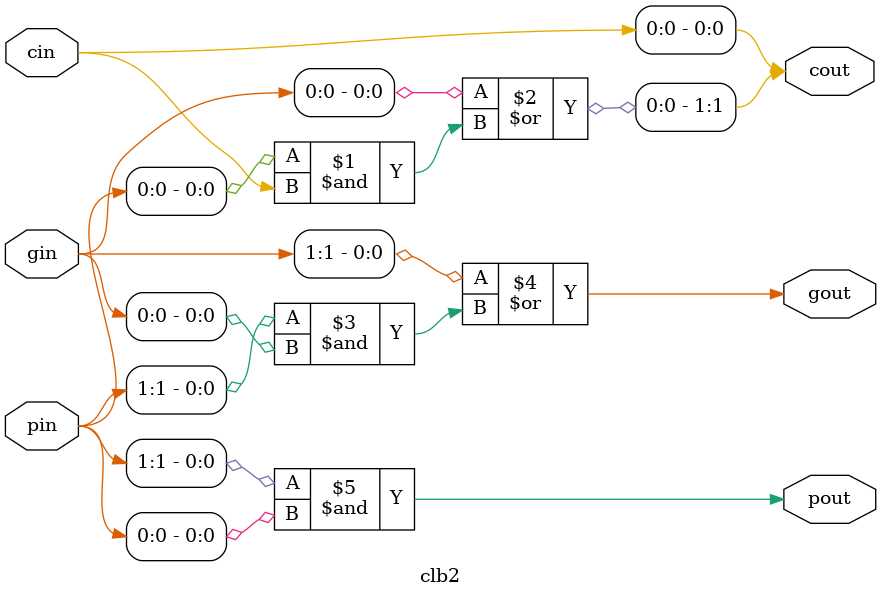
<source format=v>
`timescale 1ns / 1ps

module clb(gin,pin,cin,gout,pout,cout);
// Port in declarations
	input  cin;
	input  [3:0]gin,pin;
// Port out declarations
	output gout,pout;
	output [3:0]cout;

	assign cout[0]=cin;
	assign cout[1]=gin[0]|(pin[0]&cin);
	assign cout[2]=gin[1]|(pin[1]&gin[0])|(pin[1]&pin[0]&cin);
	assign cout[3]=gin[2]|(pin[2]&gin[1])|(pin[2]&pin[1]&gin[0])|(pin[2]&pin[1]&pin[0]&cin);

	assign gout   =gin[3]|(pin[3]&gin[2])|(pin[3]&pin[2]&gin[1])|(pin[3]&pin[2]&pin[1]&gin[0]);
	assign pout   =pin[3]&pin[2]&pin[1]&pin[0];
endmodule

////////////////////////////////////////////////////////////////////////////////////

module clb3(gin,pin,cin,gout,pout,cout);
// Port in declarations
	input  cin;
	input  [2:0]gin,pin;
// Port out declarations
	output gout,pout;
	output [2:0]cout;

	assign cout[0]=cin;
	assign cout[1]=gin[0]|(pin[0]&cin);
	assign cout[2]=gin[1]|(pin[1]&gin[0])|(pin[1]&pin[0]&cin);

	assign gout   =gin[2]|(pin[2]&gin[1])|(pin[2]&pin[1]&gin[0]);
	assign pout   =pin[2]&pin[1]&pin[0];
endmodule

//////////////////////////////////////////////////////////////////////////////////////

module clb2(gin,pin,cin,gout,pout,cout);
// Port in declarations
	input  cin;
	input  [1:0]gin,pin;
// Port out declarations
	output gout,pout;
	output [1:0]cout;

	assign cout[0]=cin;
	assign cout[1]=gin[0]|(pin[0]&cin);

	assign gout   =gin[1]|(pin[1]&gin[0]);
	assign pout   =pin[1]&pin[0];
endmodule
</source>
